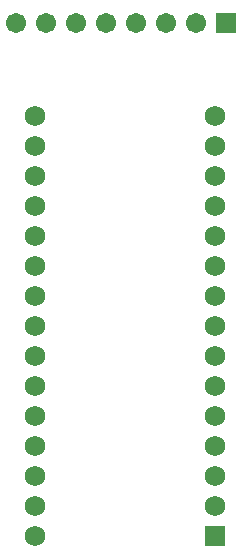
<source format=gbs>
G04*
G04 #@! TF.GenerationSoftware,Altium Limited,Altium Designer,19.1.2 (11)*
G04*
G04 Layer_Color=16711935*
%FSLAX25Y25*%
%MOIN*%
G70*
G01*
G75*
%ADD12R,0.06706X0.06706*%
%ADD13C,0.06706*%
%ADD14C,0.06800*%
%ADD15R,0.06800X0.06800*%
D12*
X184500Y316500D02*
D03*
D13*
X174500D02*
D03*
X164500D02*
D03*
X154500D02*
D03*
X144500D02*
D03*
X134500D02*
D03*
X124500D02*
D03*
X114500D02*
D03*
D14*
X181000Y265500D02*
D03*
Y255500D02*
D03*
Y245500D02*
D03*
Y235500D02*
D03*
Y225500D02*
D03*
Y215500D02*
D03*
Y205500D02*
D03*
Y195500D02*
D03*
Y185500D02*
D03*
Y175500D02*
D03*
Y165500D02*
D03*
Y155500D02*
D03*
X121000Y145500D02*
D03*
X181000Y275500D02*
D03*
Y285500D02*
D03*
X121000Y155500D02*
D03*
Y165500D02*
D03*
Y175500D02*
D03*
Y185500D02*
D03*
Y195500D02*
D03*
Y205500D02*
D03*
Y215500D02*
D03*
Y225500D02*
D03*
Y235500D02*
D03*
Y265500D02*
D03*
Y245500D02*
D03*
Y255500D02*
D03*
Y275500D02*
D03*
Y285500D02*
D03*
D15*
X181000Y145500D02*
D03*
M02*

</source>
